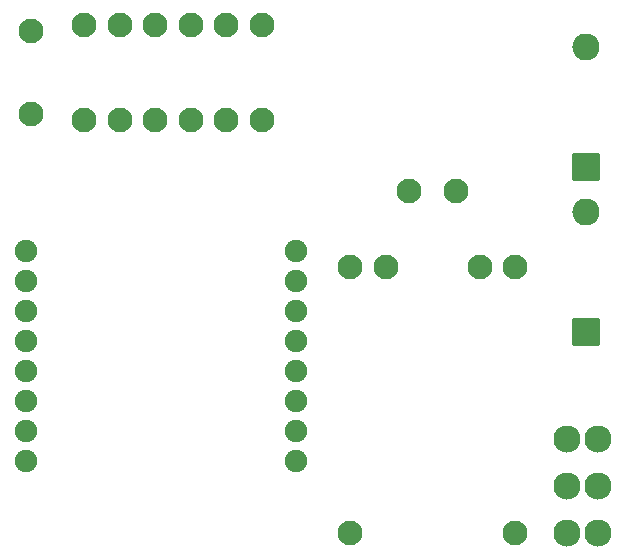
<source format=gbs>
G04 #@! TF.GenerationSoftware,KiCad,Pcbnew,(6.0.0)*
G04 #@! TF.CreationDate,2022-01-19T17:04:22-05:00*
G04 #@! TF.ProjectId,SlimeVRMotherBoard,536c696d-6556-4524-9d6f-74686572426f,V1.2*
G04 #@! TF.SameCoordinates,Original*
G04 #@! TF.FileFunction,Soldermask,Bot*
G04 #@! TF.FilePolarity,Negative*
%FSLAX46Y46*%
G04 Gerber Fmt 4.6, Leading zero omitted, Abs format (unit mm)*
G04 Created by KiCad (PCBNEW (6.0.0)) date 2022-01-19 17:04:22*
%MOMM*%
%LPD*%
G01*
G04 APERTURE LIST*
G04 Aperture macros list*
%AMRoundRect*
0 Rectangle with rounded corners*
0 $1 Rounding radius*
0 $2 $3 $4 $5 $6 $7 $8 $9 X,Y pos of 4 corners*
0 Add a 4 corners polygon primitive as box body*
4,1,4,$2,$3,$4,$5,$6,$7,$8,$9,$2,$3,0*
0 Add four circle primitives for the rounded corners*
1,1,$1+$1,$2,$3*
1,1,$1+$1,$4,$5*
1,1,$1+$1,$6,$7*
1,1,$1+$1,$8,$9*
0 Add four rect primitives between the rounded corners*
20,1,$1+$1,$2,$3,$4,$5,0*
20,1,$1+$1,$4,$5,$6,$7,0*
20,1,$1+$1,$6,$7,$8,$9,0*
20,1,$1+$1,$8,$9,$2,$3,0*%
G04 Aperture macros list end*
%ADD10C,2.300000*%
%ADD11C,2.100000*%
%ADD12O,2.300000X2.300000*%
%ADD13RoundRect,0.050000X1.100000X-1.100000X1.100000X1.100000X-1.100000X1.100000X-1.100000X-1.100000X0*%
%ADD14C,1.900000*%
G04 APERTURE END LIST*
D10*
X185000000Y-141000000D03*
X185000000Y-145000000D03*
X185000000Y-137000000D03*
X182400000Y-141000000D03*
X182400000Y-145000000D03*
X182400000Y-137000000D03*
D11*
X137000000Y-109500000D03*
X137000000Y-102500000D03*
D12*
X184000000Y-103840000D03*
D13*
X184000000Y-114000000D03*
D12*
X184000000Y-117840000D03*
D13*
X184000000Y-128000000D03*
D11*
X173000000Y-116000000D03*
X169000000Y-116000000D03*
D14*
X136570000Y-138890000D03*
X159430000Y-138890000D03*
X136570000Y-136350000D03*
X159430000Y-136350000D03*
X136570000Y-133810000D03*
X159430000Y-133810000D03*
X136570000Y-131270000D03*
X159430000Y-131270000D03*
X136570000Y-128730000D03*
X159430000Y-128730000D03*
X136570000Y-126190000D03*
X159430000Y-126190000D03*
X136570000Y-123650000D03*
X159430000Y-123650000D03*
X136570000Y-121110000D03*
X159430000Y-121110000D03*
D11*
X150500000Y-110000000D03*
X153500000Y-110000000D03*
X156500000Y-110000000D03*
X147500000Y-110000000D03*
X144500000Y-110000000D03*
X141500000Y-110000000D03*
X141500000Y-102000000D03*
X144500000Y-102000000D03*
X147500000Y-102000000D03*
X156500000Y-102000000D03*
X153500000Y-102000000D03*
X150500000Y-102000000D03*
X178000000Y-122500000D03*
X175000000Y-122500000D03*
X164000000Y-145000000D03*
X178000000Y-145000000D03*
X164000000Y-122500000D03*
X167000000Y-122500000D03*
M02*

</source>
